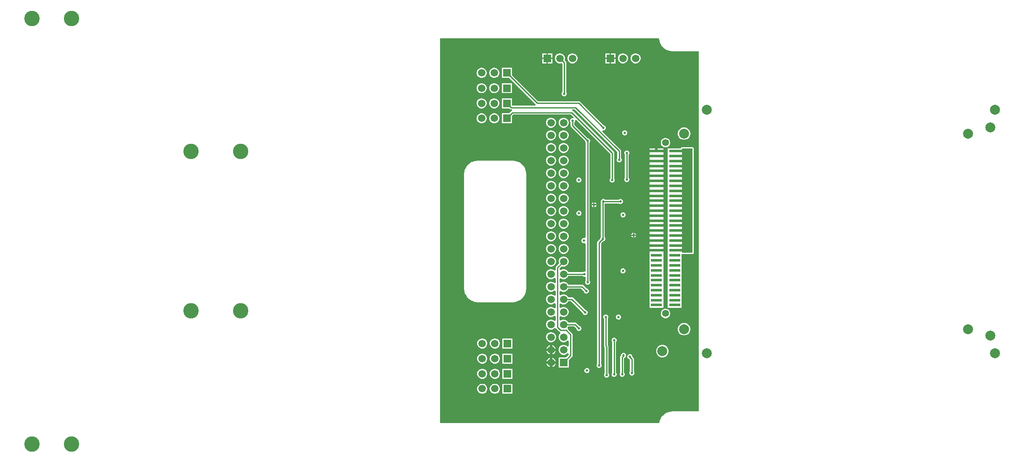
<source format=gtl>
G04*
G04 #@! TF.GenerationSoftware,Altium Limited,Altium Designer,21.6.4 (81)*
G04*
G04 Layer_Physical_Order=1*
G04 Layer_Color=255*
%FSLAX25Y25*%
%MOIN*%
G70*
G04*
G04 #@! TF.SameCoordinates,DB6D09D7-76B6-4019-902A-DA84951F4E30*
G04*
G04*
G04 #@! TF.FilePolarity,Positive*
G04*
G01*
G75*
%ADD12C,0.01000*%
%ADD21R,0.09055X0.02362*%
%ADD22C,0.05512*%
%ADD23R,0.05906X0.05906*%
%ADD24C,0.05906*%
%ADD25R,0.05906X0.05906*%
%ADD26C,0.07874*%
%ADD27C,0.12205*%
%ADD28C,0.01968*%
G36*
X548557Y349365D02*
X548578Y349260D01*
X548580Y349153D01*
X549008Y347140D01*
X549050Y347042D01*
X549073Y346937D01*
X549910Y345058D01*
X549972Y344970D01*
X550017Y344873D01*
X551226Y343209D01*
X551305Y343136D01*
X551369Y343050D01*
X552898Y341673D01*
X552990Y341618D01*
X553070Y341548D01*
X554852Y340519D01*
X554954Y340485D01*
X555047Y340432D01*
X557004Y339796D01*
X557110Y339784D01*
X557213Y339752D01*
X559259Y339537D01*
X559313Y339542D01*
X559366Y339532D01*
X580000D01*
Y54169D01*
X559366D01*
X559313Y54159D01*
X559259Y54164D01*
X557213Y53948D01*
X557110Y53917D01*
X557004Y53904D01*
X555047Y53268D01*
X554954Y53216D01*
X554852Y53182D01*
X553070Y52153D01*
X552990Y52082D01*
X552898Y52027D01*
X551369Y50651D01*
X551305Y50565D01*
X551226Y50492D01*
X550017Y48828D01*
X549972Y48730D01*
X549910Y48643D01*
X549073Y46763D01*
X549050Y46659D01*
X549008Y46561D01*
X548676Y45000D01*
X375000D01*
Y350000D01*
X548557D01*
Y349365D01*
D02*
G37*
%LPC*%
G36*
X513953Y337953D02*
X510500D01*
Y334500D01*
X513953D01*
Y337953D01*
D02*
G37*
G36*
X509500D02*
X506047D01*
Y334500D01*
X509500D01*
Y337953D01*
D02*
G37*
G36*
X463953D02*
X460500D01*
Y334500D01*
X463953D01*
Y337953D01*
D02*
G37*
G36*
X459500D02*
X456047D01*
Y334500D01*
X459500D01*
Y337953D01*
D02*
G37*
G36*
X530520D02*
X529480D01*
X528474Y337683D01*
X527573Y337163D01*
X526837Y336427D01*
X526317Y335526D01*
X526047Y334520D01*
Y333480D01*
X526317Y332474D01*
X526837Y331573D01*
X527573Y330837D01*
X528474Y330317D01*
X529480Y330047D01*
X530520D01*
X531526Y330317D01*
X532427Y330837D01*
X533163Y331573D01*
X533683Y332474D01*
X533953Y333480D01*
Y334520D01*
X533683Y335526D01*
X533163Y336427D01*
X532427Y337163D01*
X531526Y337683D01*
X530520Y337953D01*
D02*
G37*
G36*
X520520D02*
X519480D01*
X518474Y337683D01*
X517573Y337163D01*
X516837Y336427D01*
X516317Y335526D01*
X516047Y334520D01*
Y333480D01*
X516317Y332474D01*
X516837Y331573D01*
X517573Y330837D01*
X518474Y330317D01*
X519480Y330047D01*
X520520D01*
X521526Y330317D01*
X522427Y330837D01*
X523163Y331573D01*
X523683Y332474D01*
X523953Y333480D01*
Y334520D01*
X523683Y335526D01*
X523163Y336427D01*
X522427Y337163D01*
X521526Y337683D01*
X520520Y337953D01*
D02*
G37*
G36*
X513953Y333500D02*
X510500D01*
Y330047D01*
X513953D01*
Y333500D01*
D02*
G37*
G36*
X509500D02*
X506047D01*
Y330047D01*
X509500D01*
Y333500D01*
D02*
G37*
G36*
X480520Y337953D02*
X479480D01*
X478474Y337683D01*
X477573Y337163D01*
X476837Y336427D01*
X476317Y335526D01*
X476047Y334520D01*
Y333480D01*
X476317Y332474D01*
X476837Y331573D01*
X477573Y330837D01*
X478474Y330317D01*
X479480Y330047D01*
X480520D01*
X481526Y330317D01*
X482427Y330837D01*
X483163Y331573D01*
X483683Y332474D01*
X483953Y333480D01*
Y334520D01*
X483683Y335526D01*
X483163Y336427D01*
X482427Y337163D01*
X481526Y337683D01*
X480520Y337953D01*
D02*
G37*
G36*
X463953Y333500D02*
X460500D01*
Y330047D01*
X463953D01*
Y333500D01*
D02*
G37*
G36*
X459500D02*
X456047D01*
Y330047D01*
X459500D01*
Y333500D01*
D02*
G37*
G36*
X418520Y326453D02*
X417480D01*
X416474Y326183D01*
X415573Y325663D01*
X414837Y324927D01*
X414317Y324026D01*
X414047Y323020D01*
Y321980D01*
X414317Y320974D01*
X414837Y320073D01*
X415573Y319337D01*
X416474Y318817D01*
X417480Y318547D01*
X418520D01*
X419526Y318817D01*
X420427Y319337D01*
X421163Y320073D01*
X421683Y320974D01*
X421953Y321980D01*
Y323020D01*
X421683Y324026D01*
X421163Y324927D01*
X420427Y325663D01*
X419526Y326183D01*
X418520Y326453D01*
D02*
G37*
G36*
X408520D02*
X407480D01*
X406474Y326183D01*
X405573Y325663D01*
X404837Y324927D01*
X404317Y324026D01*
X404047Y323020D01*
Y321980D01*
X404317Y320974D01*
X404837Y320073D01*
X405573Y319337D01*
X406474Y318817D01*
X407480Y318547D01*
X408520D01*
X409526Y318817D01*
X410427Y319337D01*
X411163Y320073D01*
X411683Y320974D01*
X411953Y321980D01*
Y323020D01*
X411683Y324026D01*
X411163Y324927D01*
X410427Y325663D01*
X409526Y326183D01*
X408520Y326453D01*
D02*
G37*
G36*
X431953Y314339D02*
X424047D01*
Y306433D01*
X431953D01*
Y314339D01*
D02*
G37*
G36*
X418520D02*
X417480D01*
X416474Y314070D01*
X415573Y313549D01*
X414837Y312813D01*
X414317Y311912D01*
X414047Y310907D01*
Y309866D01*
X414317Y308860D01*
X414837Y307959D01*
X415573Y307223D01*
X416474Y306703D01*
X417480Y306433D01*
X418520D01*
X419526Y306703D01*
X420427Y307223D01*
X421163Y307959D01*
X421683Y308860D01*
X421953Y309866D01*
Y310907D01*
X421683Y311912D01*
X421163Y312813D01*
X420427Y313549D01*
X419526Y314070D01*
X418520Y314339D01*
D02*
G37*
G36*
X408520D02*
X407480D01*
X406474Y314070D01*
X405573Y313549D01*
X404837Y312813D01*
X404317Y311912D01*
X404047Y310907D01*
Y309866D01*
X404317Y308860D01*
X404837Y307959D01*
X405573Y307223D01*
X406474Y306703D01*
X407480Y306433D01*
X408520D01*
X409526Y306703D01*
X410427Y307223D01*
X411163Y307959D01*
X411683Y308860D01*
X411953Y309866D01*
Y310907D01*
X411683Y311912D01*
X411163Y312813D01*
X410427Y313549D01*
X409526Y314070D01*
X408520Y314339D01*
D02*
G37*
G36*
X470520Y337953D02*
X469480D01*
X468474Y337683D01*
X467573Y337163D01*
X466837Y336427D01*
X466317Y335526D01*
X466047Y334520D01*
Y333480D01*
X466317Y332474D01*
X466837Y331573D01*
X467573Y330837D01*
X468474Y330317D01*
X469480Y330047D01*
X470520D01*
X471111Y330205D01*
X471971Y329496D01*
Y307277D01*
X471818Y307124D01*
X471516Y306395D01*
Y305605D01*
X471818Y304876D01*
X472376Y304318D01*
X473105Y304016D01*
X473895D01*
X474624Y304318D01*
X475182Y304876D01*
X475484Y305605D01*
Y306395D01*
X475182Y307124D01*
X475029Y307277D01*
Y330500D01*
X474913Y331085D01*
X474581Y331581D01*
X473685Y332478D01*
X473953Y333480D01*
Y334520D01*
X473683Y335526D01*
X473163Y336427D01*
X472427Y337163D01*
X471526Y337683D01*
X470520Y337953D01*
D02*
G37*
G36*
X431953Y326453D02*
X424047D01*
Y318547D01*
X429790D01*
X450808Y297529D01*
X450736Y297073D01*
X450449Y296529D01*
X431953D01*
Y302269D01*
X424047D01*
Y294363D01*
X429790D01*
X430234Y293919D01*
X430730Y293587D01*
X431316Y293471D01*
X432106D01*
X432204Y292471D01*
X431915Y292413D01*
X431419Y292081D01*
X429790Y290453D01*
X424047D01*
Y282547D01*
X431953D01*
Y288290D01*
X433134Y289471D01*
X478866D01*
X481036Y287301D01*
X480470Y286453D01*
X480395Y286484D01*
X479605D01*
X478876Y286182D01*
X478318Y285624D01*
X478016Y284895D01*
Y284105D01*
X478318Y283376D01*
X478471Y283223D01*
Y280500D01*
X478587Y279915D01*
X478919Y279419D01*
X490016Y268321D01*
Y268105D01*
X490318Y267376D01*
X490471Y267223D01*
Y192121D01*
X489471Y191453D01*
X489395Y191484D01*
X488605D01*
X487876Y191182D01*
X487318Y190624D01*
X487016Y189895D01*
Y189105D01*
X487318Y188376D01*
X487876Y187818D01*
X488605Y187516D01*
X489395D01*
X489471Y187547D01*
X490471Y186879D01*
Y165369D01*
X489895Y164984D01*
X489105D01*
X488376Y164682D01*
X488223Y164529D01*
X476681D01*
X476163Y165427D01*
X475427Y166163D01*
X474526Y166683D01*
X473520Y166953D01*
X472480D01*
X471474Y166683D01*
X470702Y166237D01*
X469836Y166648D01*
X469758Y167595D01*
X471478Y169316D01*
X472480Y169047D01*
X473520D01*
X474526Y169317D01*
X475427Y169837D01*
X476163Y170573D01*
X476683Y171474D01*
X476953Y172480D01*
Y173520D01*
X476683Y174526D01*
X476163Y175427D01*
X475427Y176163D01*
X474526Y176683D01*
X473520Y176953D01*
X472480D01*
X471474Y176683D01*
X470573Y176163D01*
X469837Y175427D01*
X469317Y174526D01*
X469047Y173520D01*
Y172480D01*
X469315Y171478D01*
X467060Y169223D01*
X466729Y168727D01*
X466612Y168142D01*
Y166392D01*
X465612Y165978D01*
X465427Y166163D01*
X464526Y166683D01*
X463520Y166953D01*
X462480D01*
X461474Y166683D01*
X460573Y166163D01*
X459837Y165427D01*
X459317Y164526D01*
X459047Y163520D01*
Y162480D01*
X459317Y161474D01*
X459837Y160573D01*
X460573Y159837D01*
X461474Y159317D01*
X462480Y159047D01*
X463520D01*
X464526Y159317D01*
X465427Y159837D01*
X465612Y160022D01*
X466612Y159608D01*
Y156392D01*
X465612Y155978D01*
X465427Y156163D01*
X464526Y156683D01*
X463520Y156953D01*
X462480D01*
X461474Y156683D01*
X460573Y156163D01*
X459837Y155427D01*
X459317Y154526D01*
X459047Y153520D01*
Y152480D01*
X459317Y151474D01*
X459837Y150573D01*
X460573Y149837D01*
X461474Y149317D01*
X462480Y149047D01*
X463520D01*
X464526Y149317D01*
X465427Y149837D01*
X465612Y150022D01*
X466612Y149608D01*
Y146392D01*
X465612Y145978D01*
X465427Y146163D01*
X464526Y146683D01*
X463520Y146953D01*
X462480D01*
X461474Y146683D01*
X460573Y146163D01*
X459837Y145427D01*
X459317Y144526D01*
X459047Y143520D01*
Y142480D01*
X459317Y141474D01*
X459837Y140573D01*
X460573Y139837D01*
X461474Y139317D01*
X462480Y139047D01*
X463520D01*
X464526Y139317D01*
X465427Y139837D01*
X465612Y140022D01*
X466612Y139608D01*
Y136392D01*
X465612Y135978D01*
X465427Y136163D01*
X464526Y136683D01*
X463520Y136953D01*
X462480D01*
X461474Y136683D01*
X460573Y136163D01*
X459837Y135427D01*
X459317Y134526D01*
X459047Y133520D01*
Y132480D01*
X459317Y131474D01*
X459837Y130573D01*
X460573Y129837D01*
X461474Y129317D01*
X462480Y129047D01*
X463520D01*
X464526Y129317D01*
X465427Y129837D01*
X465612Y130022D01*
X466612Y129608D01*
Y126392D01*
X465612Y125978D01*
X465427Y126163D01*
X464526Y126683D01*
X463520Y126953D01*
X462480D01*
X461474Y126683D01*
X460573Y126163D01*
X459837Y125427D01*
X459317Y124526D01*
X459047Y123520D01*
Y122480D01*
X459317Y121474D01*
X459837Y120573D01*
X460573Y119837D01*
X461474Y119317D01*
X462480Y119047D01*
X463520D01*
X464526Y119317D01*
X465427Y119837D01*
X465735Y120144D01*
X465971Y120175D01*
X466920Y119987D01*
X467060Y119777D01*
X469419Y117419D01*
X469915Y117087D01*
X470107Y117049D01*
X470298Y116685D01*
X470419Y116039D01*
X470415Y116006D01*
X469837Y115427D01*
X469317Y114526D01*
X469047Y113520D01*
Y112480D01*
X469317Y111474D01*
X469837Y110573D01*
X470573Y109837D01*
X471474Y109317D01*
X472480Y109047D01*
X473520D01*
X474526Y109317D01*
X475427Y109837D01*
X475971Y110381D01*
X476771Y110163D01*
X476971Y110028D01*
Y105972D01*
X476771Y105837D01*
X475971Y105619D01*
X475427Y106163D01*
X474526Y106683D01*
X473520Y106953D01*
X472480D01*
X471474Y106683D01*
X470573Y106163D01*
X469837Y105427D01*
X469317Y104526D01*
X469047Y103520D01*
Y102480D01*
X469317Y101474D01*
X469837Y100573D01*
X470573Y99837D01*
X471474Y99317D01*
X472480Y99047D01*
X473520D01*
X474526Y99317D01*
X475427Y99837D01*
X475971Y100381D01*
X476771Y100163D01*
X476874Y100093D01*
X476931Y99094D01*
X474790Y96953D01*
X469047D01*
Y89047D01*
X476953D01*
Y94790D01*
X479581Y97419D01*
X479913Y97915D01*
X480029Y98500D01*
Y114914D01*
X479913Y115499D01*
X479581Y115996D01*
X476291Y119286D01*
X476120Y120530D01*
X476163Y120573D01*
X476681Y121471D01*
X481366D01*
X483016Y119821D01*
Y119605D01*
X483318Y118876D01*
X483876Y118318D01*
X484605Y118016D01*
X485395D01*
X486124Y118318D01*
X486682Y118876D01*
X486984Y119605D01*
Y120395D01*
X486682Y121124D01*
X486124Y121682D01*
X485395Y121984D01*
X485179D01*
X483081Y124081D01*
X482585Y124413D01*
X482000Y124529D01*
X476681D01*
X476163Y125427D01*
X475427Y126163D01*
X474526Y126683D01*
X473520Y126953D01*
X472480D01*
X471474Y126683D01*
X470671Y126220D01*
X470273Y126333D01*
X469671Y126675D01*
Y129325D01*
X470273Y129667D01*
X470671Y129780D01*
X471474Y129317D01*
X472480Y129047D01*
X473520D01*
X474526Y129317D01*
X475427Y129837D01*
X476163Y130573D01*
X476683Y131474D01*
X476953Y132480D01*
Y133520D01*
X476683Y134526D01*
X476163Y135427D01*
X475427Y136163D01*
X474526Y136683D01*
X473520Y136953D01*
X472480D01*
X471474Y136683D01*
X470671Y136220D01*
X470273Y136333D01*
X469671Y136675D01*
Y139325D01*
X470273Y139667D01*
X470671Y139780D01*
X471474Y139317D01*
X472480Y139047D01*
X473520D01*
X474526Y139317D01*
X475427Y139837D01*
X476163Y140573D01*
X476681Y141471D01*
X478866D01*
X488016Y132321D01*
Y132105D01*
X488318Y131376D01*
X488876Y130818D01*
X489605Y130516D01*
X490395D01*
X491124Y130818D01*
X491682Y131376D01*
X491984Y132105D01*
Y132895D01*
X491682Y133624D01*
X491124Y134182D01*
X490395Y134484D01*
X490179D01*
X480581Y144081D01*
X480085Y144413D01*
X479500Y144529D01*
X476681D01*
X476163Y145427D01*
X475427Y146163D01*
X474526Y146683D01*
X473520Y146953D01*
X472480D01*
X471474Y146683D01*
X470671Y146220D01*
X470273Y146333D01*
X469671Y146675D01*
Y149325D01*
X470273Y149667D01*
X470671Y149780D01*
X471474Y149317D01*
X472480Y149047D01*
X473520D01*
X474526Y149317D01*
X475427Y149837D01*
X476163Y150573D01*
X476681Y151471D01*
X486867D01*
X489016Y149321D01*
Y149105D01*
X489318Y148376D01*
X489876Y147818D01*
X490605Y147516D01*
X491395D01*
X492124Y147818D01*
X492682Y148376D01*
X492984Y149105D01*
Y149895D01*
X492682Y150624D01*
X492124Y151182D01*
X491395Y151484D01*
X491179D01*
X488581Y154081D01*
X488085Y154413D01*
X487500Y154529D01*
X476681D01*
X476163Y155427D01*
X475427Y156163D01*
X474526Y156683D01*
X473520Y156953D01*
X472480D01*
X471474Y156683D01*
X470671Y156220D01*
X470273Y156333D01*
X469671Y156675D01*
Y159325D01*
X470273Y159667D01*
X470671Y159780D01*
X471474Y159317D01*
X472480Y159047D01*
X473520D01*
X474526Y159317D01*
X475427Y159837D01*
X476163Y160573D01*
X476681Y161471D01*
X488223D01*
X488376Y161318D01*
X489105Y161016D01*
X489895D01*
X490471Y160631D01*
Y157777D01*
X490318Y157624D01*
X490016Y156895D01*
Y156105D01*
X490318Y155376D01*
X490876Y154818D01*
X491605Y154516D01*
X492395D01*
X493124Y154818D01*
X493682Y155376D01*
X493984Y156105D01*
Y156895D01*
X493682Y157624D01*
X493529Y157777D01*
Y267223D01*
X493682Y267376D01*
X493984Y268105D01*
Y268895D01*
X493682Y269624D01*
X493124Y270182D01*
X492395Y270484D01*
X492179D01*
X481529Y281134D01*
Y283223D01*
X481682Y283376D01*
X481984Y284105D01*
Y284895D01*
X481953Y284970D01*
X482801Y285536D01*
X509971Y258366D01*
Y238777D01*
X509818Y238624D01*
X509516Y237895D01*
Y237105D01*
X509818Y236376D01*
X510376Y235818D01*
X511105Y235516D01*
X511895D01*
X512624Y235818D01*
X513182Y236376D01*
X513484Y237105D01*
Y237895D01*
X513182Y238624D01*
X513029Y238777D01*
Y259000D01*
X512913Y259585D01*
X512581Y260081D01*
X480581Y292081D01*
X480085Y292413D01*
X479796Y292471D01*
X479894Y293471D01*
X481867D01*
X515471Y259866D01*
Y254777D01*
X515318Y254624D01*
X515016Y253895D01*
Y253105D01*
X515318Y252376D01*
X515876Y251818D01*
X516605Y251516D01*
X517395D01*
X518124Y251818D01*
X518682Y252376D01*
X518984Y253105D01*
Y253895D01*
X518682Y254624D01*
X518529Y254777D01*
Y260500D01*
X518413Y261085D01*
X518081Y261581D01*
X503464Y276199D01*
X504030Y277047D01*
X504105Y277016D01*
X504895D01*
X505624Y277318D01*
X506182Y277876D01*
X506484Y278605D01*
Y279395D01*
X506182Y280124D01*
X505624Y280682D01*
X504895Y280984D01*
X504679D01*
X486081Y299581D01*
X485585Y299913D01*
X485000Y300029D01*
X452633D01*
X431953Y320710D01*
Y326453D01*
D02*
G37*
G36*
X418520Y302269D02*
X417480D01*
X416474Y301999D01*
X415573Y301479D01*
X414837Y300743D01*
X414317Y299841D01*
X414047Y298836D01*
Y297795D01*
X414317Y296790D01*
X414837Y295889D01*
X415573Y295153D01*
X416474Y294632D01*
X417480Y294363D01*
X418520D01*
X419526Y294632D01*
X420427Y295153D01*
X421163Y295889D01*
X421683Y296790D01*
X421953Y297795D01*
Y298836D01*
X421683Y299841D01*
X421163Y300743D01*
X420427Y301479D01*
X419526Y301999D01*
X418520Y302269D01*
D02*
G37*
G36*
X408520D02*
X407480D01*
X406474Y301999D01*
X405573Y301479D01*
X404837Y300743D01*
X404317Y299841D01*
X404047Y298836D01*
Y297795D01*
X404317Y296790D01*
X404837Y295889D01*
X405573Y295153D01*
X406474Y294632D01*
X407480Y294363D01*
X408520D01*
X409526Y294632D01*
X410427Y295153D01*
X411163Y295889D01*
X411683Y296790D01*
X411953Y297795D01*
Y298836D01*
X411683Y299841D01*
X411163Y300743D01*
X410427Y301479D01*
X409526Y301999D01*
X408520Y302269D01*
D02*
G37*
G36*
X418520Y290453D02*
X417480D01*
X416474Y290183D01*
X415573Y289663D01*
X414837Y288927D01*
X414317Y288026D01*
X414047Y287020D01*
Y285980D01*
X414317Y284974D01*
X414837Y284073D01*
X415573Y283337D01*
X416474Y282817D01*
X417480Y282547D01*
X418520D01*
X419526Y282817D01*
X420427Y283337D01*
X421163Y284073D01*
X421683Y284974D01*
X421953Y285980D01*
Y287020D01*
X421683Y288026D01*
X421163Y288927D01*
X420427Y289663D01*
X419526Y290183D01*
X418520Y290453D01*
D02*
G37*
G36*
X408520D02*
X407480D01*
X406474Y290183D01*
X405573Y289663D01*
X404837Y288927D01*
X404317Y288026D01*
X404047Y287020D01*
Y285980D01*
X404317Y284974D01*
X404837Y284073D01*
X405573Y283337D01*
X406474Y282817D01*
X407480Y282547D01*
X408520D01*
X409526Y282817D01*
X410427Y283337D01*
X411163Y284073D01*
X411683Y284974D01*
X411953Y285980D01*
Y287020D01*
X411683Y288026D01*
X411163Y288927D01*
X410427Y289663D01*
X409526Y290183D01*
X408520Y290453D01*
D02*
G37*
G36*
X473520Y286953D02*
X472480D01*
X471474Y286683D01*
X470573Y286163D01*
X469837Y285427D01*
X469317Y284526D01*
X469047Y283520D01*
Y282480D01*
X469317Y281474D01*
X469837Y280573D01*
X470573Y279837D01*
X471474Y279317D01*
X472480Y279047D01*
X473520D01*
X474526Y279317D01*
X475427Y279837D01*
X476163Y280573D01*
X476683Y281474D01*
X476953Y282480D01*
Y283520D01*
X476683Y284526D01*
X476163Y285427D01*
X475427Y286163D01*
X474526Y286683D01*
X473520Y286953D01*
D02*
G37*
G36*
X463520D02*
X462480D01*
X461474Y286683D01*
X460573Y286163D01*
X459837Y285427D01*
X459317Y284526D01*
X459047Y283520D01*
Y282480D01*
X459317Y281474D01*
X459837Y280573D01*
X460573Y279837D01*
X461474Y279317D01*
X462480Y279047D01*
X463520D01*
X464526Y279317D01*
X465427Y279837D01*
X466163Y280573D01*
X466683Y281474D01*
X466953Y282480D01*
Y283520D01*
X466683Y284526D01*
X466163Y285427D01*
X465427Y286163D01*
X464526Y286683D01*
X463520Y286953D01*
D02*
G37*
G36*
X521822Y276984D02*
X521032D01*
X520303Y276682D01*
X519745Y276124D01*
X519443Y275395D01*
Y274605D01*
X519745Y273876D01*
X520303Y273318D01*
X521032Y273016D01*
X521822D01*
X522551Y273318D01*
X523109Y273876D01*
X523411Y274605D01*
Y275395D01*
X523109Y276124D01*
X522551Y276682D01*
X521822Y276984D01*
D02*
G37*
G36*
X569055Y279287D02*
X567756D01*
X566500Y278951D01*
X565374Y278301D01*
X564455Y277382D01*
X563805Y276256D01*
X563468Y275000D01*
Y273700D01*
X563805Y272445D01*
X564455Y271319D01*
X565374Y270400D01*
X566500Y269750D01*
X567756Y269413D01*
X569055D01*
X570311Y269750D01*
X571437Y270400D01*
X572356Y271319D01*
X573006Y272445D01*
X573343Y273700D01*
Y275000D01*
X573006Y276256D01*
X572356Y277382D01*
X571437Y278301D01*
X570311Y278951D01*
X569055Y279287D01*
D02*
G37*
G36*
X473520Y276953D02*
X472480D01*
X471474Y276683D01*
X470573Y276163D01*
X469837Y275427D01*
X469317Y274526D01*
X469047Y273520D01*
Y272480D01*
X469317Y271474D01*
X469837Y270573D01*
X470573Y269837D01*
X471474Y269317D01*
X472480Y269047D01*
X473520D01*
X474526Y269317D01*
X475427Y269837D01*
X476163Y270573D01*
X476683Y271474D01*
X476953Y272480D01*
Y273520D01*
X476683Y274526D01*
X476163Y275427D01*
X475427Y276163D01*
X474526Y276683D01*
X473520Y276953D01*
D02*
G37*
G36*
X463520D02*
X462480D01*
X461474Y276683D01*
X460573Y276163D01*
X459837Y275427D01*
X459317Y274526D01*
X459047Y273520D01*
Y272480D01*
X459317Y271474D01*
X459837Y270573D01*
X460573Y269837D01*
X461474Y269317D01*
X462480Y269047D01*
X463520D01*
X464526Y269317D01*
X465427Y269837D01*
X466163Y270573D01*
X466683Y271474D01*
X466953Y272480D01*
Y273520D01*
X466683Y274526D01*
X466163Y275427D01*
X465427Y276163D01*
X464526Y276683D01*
X463520Y276953D01*
D02*
G37*
G36*
X554211Y270941D02*
X553222D01*
X552267Y270685D01*
X551410Y270191D01*
X550711Y269491D01*
X550217Y268635D01*
X549961Y267680D01*
Y266691D01*
X550217Y265735D01*
X550711Y264879D01*
X551410Y264180D01*
X552267Y263685D01*
X553222Y263429D01*
X554211D01*
X555166Y263685D01*
X556023Y264180D01*
X556722Y264879D01*
X557217Y265735D01*
X557472Y266691D01*
Y267680D01*
X557217Y268635D01*
X556722Y269491D01*
X556023Y270191D01*
X555166Y270685D01*
X554211Y270941D01*
D02*
G37*
G36*
X551961Y262673D02*
X547433D01*
Y261492D01*
X551961D01*
Y262673D01*
D02*
G37*
G36*
X545433D02*
X540906D01*
Y261492D01*
X545433D01*
Y262673D01*
D02*
G37*
G36*
X473520Y266953D02*
X472480D01*
X471474Y266683D01*
X470573Y266163D01*
X469837Y265427D01*
X469317Y264526D01*
X469047Y263520D01*
Y262480D01*
X469317Y261474D01*
X469837Y260573D01*
X470573Y259837D01*
X471474Y259317D01*
X472480Y259047D01*
X473520D01*
X474526Y259317D01*
X475427Y259837D01*
X476163Y260573D01*
X476683Y261474D01*
X476953Y262480D01*
Y263520D01*
X476683Y264526D01*
X476163Y265427D01*
X475427Y266163D01*
X474526Y266683D01*
X473520Y266953D01*
D02*
G37*
G36*
X463520D02*
X462480D01*
X461474Y266683D01*
X460573Y266163D01*
X459837Y265427D01*
X459317Y264526D01*
X459047Y263520D01*
Y262480D01*
X459317Y261474D01*
X459837Y260573D01*
X460573Y259837D01*
X461474Y259317D01*
X462480Y259047D01*
X463520D01*
X464526Y259317D01*
X465427Y259837D01*
X466163Y260573D01*
X466683Y261474D01*
X466953Y262480D01*
Y263520D01*
X466683Y264526D01*
X466163Y265427D01*
X465427Y266163D01*
X464526Y266683D01*
X463520Y266953D01*
D02*
G37*
G36*
X551961Y259492D02*
X546433D01*
X540906D01*
Y258311D01*
Y257555D01*
X546433D01*
X551961D01*
Y258311D01*
Y259492D01*
D02*
G37*
G36*
Y255555D02*
X546433D01*
X540906D01*
Y254374D01*
Y253618D01*
X546433D01*
X551961D01*
Y254374D01*
Y255555D01*
D02*
G37*
G36*
X432585Y252988D02*
X405026D01*
X404970Y252977D01*
X404912Y252982D01*
X402722Y252735D01*
X402613Y252700D01*
X402499Y252684D01*
X400419Y251956D01*
X400320Y251898D01*
X400213Y251857D01*
X398347Y250684D01*
X398264Y250606D01*
X398169Y250542D01*
X396610Y248984D01*
X396547Y248888D01*
X396468Y248805D01*
X395295Y246939D01*
X395254Y246832D01*
X395196Y246733D01*
X394468Y244653D01*
X394452Y244539D01*
X394418Y244430D01*
X394171Y242240D01*
X394176Y242183D01*
X394164Y242126D01*
Y151575D01*
X394176Y151518D01*
X394171Y151461D01*
X394418Y149270D01*
X394452Y149161D01*
X394468Y149048D01*
X395196Y146967D01*
X395254Y146869D01*
X395295Y146762D01*
X396468Y144896D01*
X396547Y144812D01*
X396610Y144717D01*
X398169Y143159D01*
X398264Y143095D01*
X398347Y143016D01*
X400213Y141844D01*
X400320Y141803D01*
X400419Y141745D01*
X402499Y141017D01*
X402613Y141001D01*
X402722Y140966D01*
X404912Y140719D01*
X404970Y140724D01*
X405026Y140713D01*
X432585D01*
X432642Y140724D01*
X432700Y140719D01*
X434890Y140966D01*
X434999Y141001D01*
X435112Y141017D01*
X437193Y141745D01*
X437291Y141803D01*
X437398Y141844D01*
X439265Y143016D01*
X439348Y143095D01*
X439443Y143159D01*
X441002Y144717D01*
X441065Y144812D01*
X441144Y144896D01*
X442317Y146762D01*
X442357Y146869D01*
X442416Y146967D01*
X443144Y149048D01*
X443160Y149161D01*
X443194Y149270D01*
X443441Y151461D01*
X443436Y151518D01*
X443447Y151575D01*
Y242126D01*
X443436Y242183D01*
X443441Y242240D01*
X443194Y244430D01*
X443160Y244539D01*
X443144Y244653D01*
X442416Y246733D01*
X442357Y246832D01*
X442317Y246939D01*
X441144Y248805D01*
X441065Y248888D01*
X441002Y248984D01*
X439443Y250542D01*
X439348Y250606D01*
X439265Y250684D01*
X437398Y251857D01*
X437291Y251898D01*
X437193Y251956D01*
X435112Y252684D01*
X434999Y252700D01*
X434890Y252735D01*
X432700Y252982D01*
X432642Y252977D01*
X432585Y252988D01*
D02*
G37*
G36*
X551961Y251618D02*
X546433D01*
X540906D01*
Y250437D01*
Y249681D01*
X546433D01*
X551961D01*
Y250437D01*
Y251618D01*
D02*
G37*
G36*
X473520Y256953D02*
X472480D01*
X471474Y256683D01*
X470573Y256163D01*
X469837Y255427D01*
X469317Y254526D01*
X469047Y253520D01*
Y252480D01*
X469317Y251474D01*
X469837Y250573D01*
X470573Y249837D01*
X471474Y249317D01*
X472480Y249047D01*
X473520D01*
X474526Y249317D01*
X475427Y249837D01*
X476163Y250573D01*
X476683Y251474D01*
X476953Y252480D01*
Y253520D01*
X476683Y254526D01*
X476163Y255427D01*
X475427Y256163D01*
X474526Y256683D01*
X473520Y256953D01*
D02*
G37*
G36*
X463520D02*
X462480D01*
X461474Y256683D01*
X460573Y256163D01*
X459837Y255427D01*
X459317Y254526D01*
X459047Y253520D01*
Y252480D01*
X459317Y251474D01*
X459837Y250573D01*
X460573Y249837D01*
X461474Y249317D01*
X462480Y249047D01*
X463520D01*
X464526Y249317D01*
X465427Y249837D01*
X466163Y250573D01*
X466683Y251474D01*
X466953Y252480D01*
Y253520D01*
X466683Y254526D01*
X466163Y255427D01*
X465427Y256163D01*
X464526Y256683D01*
X463520Y256953D01*
D02*
G37*
G36*
X551961Y247681D02*
X546433D01*
X540906D01*
Y246500D01*
Y245744D01*
X546433D01*
X551961D01*
Y246500D01*
Y247681D01*
D02*
G37*
G36*
Y243744D02*
X546433D01*
X540906D01*
Y242563D01*
Y241807D01*
X546433D01*
X551961D01*
Y242563D01*
Y243744D01*
D02*
G37*
G36*
X473520Y246953D02*
X472480D01*
X471474Y246683D01*
X470573Y246163D01*
X469837Y245427D01*
X469317Y244526D01*
X469047Y243520D01*
Y242480D01*
X469317Y241474D01*
X469837Y240573D01*
X470573Y239837D01*
X471474Y239317D01*
X472480Y239047D01*
X473520D01*
X474526Y239317D01*
X475427Y239837D01*
X476163Y240573D01*
X476683Y241474D01*
X476953Y242480D01*
Y243520D01*
X476683Y244526D01*
X476163Y245427D01*
X475427Y246163D01*
X474526Y246683D01*
X473520Y246953D01*
D02*
G37*
G36*
X463520D02*
X462480D01*
X461474Y246683D01*
X460573Y246163D01*
X459837Y245427D01*
X459317Y244526D01*
X459047Y243520D01*
Y242480D01*
X459317Y241474D01*
X459837Y240573D01*
X460573Y239837D01*
X461474Y239317D01*
X462480Y239047D01*
X463520D01*
X464526Y239317D01*
X465427Y239837D01*
X466163Y240573D01*
X466683Y241474D01*
X466953Y242480D01*
Y243520D01*
X466683Y244526D01*
X466163Y245427D01*
X465427Y246163D01*
X464526Y246683D01*
X463520Y246953D01*
D02*
G37*
G36*
X551961Y239807D02*
X546433D01*
X540906D01*
Y238626D01*
Y237870D01*
X546433D01*
X551961D01*
Y238626D01*
Y239807D01*
D02*
G37*
G36*
X523395Y260984D02*
X522605D01*
X521876Y260682D01*
X521318Y260124D01*
X521016Y259395D01*
Y258605D01*
X521318Y257876D01*
X521471Y257723D01*
Y239277D01*
X521318Y239124D01*
X521016Y238395D01*
Y237605D01*
X521318Y236876D01*
X521876Y236318D01*
X522605Y236016D01*
X523395D01*
X524124Y236318D01*
X524682Y236876D01*
X524984Y237605D01*
Y238395D01*
X524682Y239124D01*
X524529Y239277D01*
Y257723D01*
X524682Y257876D01*
X524984Y258605D01*
Y259395D01*
X524682Y260124D01*
X524124Y260682D01*
X523395Y260984D01*
D02*
G37*
G36*
X485395Y239484D02*
X484605D01*
X483876Y239182D01*
X483318Y238624D01*
X483016Y237895D01*
Y237105D01*
X483318Y236376D01*
X483876Y235818D01*
X484605Y235516D01*
X485395D01*
X486124Y235818D01*
X486682Y236376D01*
X486984Y237105D01*
Y237895D01*
X486682Y238624D01*
X486124Y239182D01*
X485395Y239484D01*
D02*
G37*
G36*
X551961Y235870D02*
X546433D01*
X540906D01*
Y234689D01*
Y233933D01*
X546433D01*
X551961D01*
Y234689D01*
Y235870D01*
D02*
G37*
G36*
Y231933D02*
X546433D01*
X540906D01*
Y230752D01*
Y229996D01*
X546433D01*
X551961D01*
Y230752D01*
Y231933D01*
D02*
G37*
G36*
X473520Y236953D02*
X472480D01*
X471474Y236683D01*
X470573Y236163D01*
X469837Y235427D01*
X469317Y234526D01*
X469047Y233520D01*
Y232480D01*
X469317Y231474D01*
X469837Y230573D01*
X470573Y229837D01*
X471474Y229317D01*
X472480Y229047D01*
X473520D01*
X474526Y229317D01*
X475427Y229837D01*
X476163Y230573D01*
X476683Y231474D01*
X476953Y232480D01*
Y233520D01*
X476683Y234526D01*
X476163Y235427D01*
X475427Y236163D01*
X474526Y236683D01*
X473520Y236953D01*
D02*
G37*
G36*
X463520D02*
X462480D01*
X461474Y236683D01*
X460573Y236163D01*
X459837Y235427D01*
X459317Y234526D01*
X459047Y233520D01*
Y232480D01*
X459317Y231474D01*
X459837Y230573D01*
X460573Y229837D01*
X461474Y229317D01*
X462480Y229047D01*
X463520D01*
X464526Y229317D01*
X465427Y229837D01*
X466163Y230573D01*
X466683Y231474D01*
X466953Y232480D01*
Y233520D01*
X466683Y234526D01*
X466163Y235427D01*
X465427Y236163D01*
X464526Y236683D01*
X463520Y236953D01*
D02*
G37*
G36*
X551961Y227996D02*
X546433D01*
X540906D01*
Y226815D01*
Y226059D01*
X546433D01*
X551961D01*
Y226815D01*
Y227996D01*
D02*
G37*
G36*
Y224059D02*
X546433D01*
X540906D01*
Y222878D01*
Y222122D01*
X546433D01*
X551961D01*
Y222878D01*
Y224059D01*
D02*
G37*
G36*
X518395Y222484D02*
X517605D01*
X516876Y222182D01*
X516723Y222029D01*
X505777D01*
X505624Y222182D01*
X504895Y222484D01*
X504105D01*
X503376Y222182D01*
X502818Y221624D01*
X502516Y220895D01*
Y220105D01*
X502535Y220060D01*
X502471Y219738D01*
Y192277D01*
X502318Y192124D01*
X502016Y191395D01*
Y191179D01*
X499970Y189133D01*
X499638Y188636D01*
X499522Y188051D01*
Y91828D01*
X499369Y91675D01*
X499067Y90946D01*
Y90157D01*
X499369Y89427D01*
X499927Y88869D01*
X500657Y88567D01*
X501446D01*
X502175Y88869D01*
X502733Y89427D01*
X503035Y90157D01*
Y90946D01*
X502733Y91675D01*
X502581Y91828D01*
Y187418D01*
X504179Y189016D01*
X504395D01*
X505124Y189318D01*
X505682Y189876D01*
X505984Y190605D01*
Y191395D01*
X505682Y192124D01*
X505529Y192277D01*
Y218779D01*
X505624Y218818D01*
X505777Y218971D01*
X516723D01*
X516876Y218818D01*
X517605Y218516D01*
X518395D01*
X519124Y218818D01*
X519682Y219376D01*
X519984Y220105D01*
Y220895D01*
X519682Y221624D01*
X519124Y222182D01*
X518395Y222484D01*
D02*
G37*
G36*
X473520Y226953D02*
X472480D01*
X471474Y226683D01*
X470573Y226163D01*
X469837Y225427D01*
X469317Y224526D01*
X469047Y223520D01*
Y222480D01*
X469317Y221474D01*
X469837Y220573D01*
X470573Y219837D01*
X471474Y219317D01*
X472480Y219047D01*
X473520D01*
X474526Y219317D01*
X475427Y219837D01*
X476163Y220573D01*
X476683Y221474D01*
X476953Y222480D01*
Y223520D01*
X476683Y224526D01*
X476163Y225427D01*
X475427Y226163D01*
X474526Y226683D01*
X473520Y226953D01*
D02*
G37*
G36*
X463520D02*
X462480D01*
X461474Y226683D01*
X460573Y226163D01*
X459837Y225427D01*
X459317Y224526D01*
X459047Y223520D01*
Y222480D01*
X459317Y221474D01*
X459837Y220573D01*
X460573Y219837D01*
X461474Y219317D01*
X462480Y219047D01*
X463520D01*
X464526Y219317D01*
X465427Y219837D01*
X466163Y220573D01*
X466683Y221474D01*
X466953Y222480D01*
Y223520D01*
X466683Y224526D01*
X466163Y225427D01*
X465427Y226163D01*
X464526Y226683D01*
X463520Y226953D01*
D02*
G37*
G36*
X497500Y219941D02*
Y218500D01*
X498941D01*
X498682Y219124D01*
X498124Y219682D01*
X497500Y219941D01*
D02*
G37*
G36*
X496500D02*
X495876Y219682D01*
X495318Y219124D01*
X495059Y218500D01*
X496500D01*
Y219941D01*
D02*
G37*
G36*
X551961Y220122D02*
X546433D01*
X540906D01*
Y218941D01*
Y218185D01*
X546433D01*
X551961D01*
Y218941D01*
Y220122D01*
D02*
G37*
G36*
X498941Y217500D02*
X497500D01*
Y216059D01*
X498124Y216318D01*
X498682Y216876D01*
X498941Y217500D01*
D02*
G37*
G36*
X496500D02*
X495059D01*
X495318Y216876D01*
X495876Y216318D01*
X496500Y216059D01*
Y217500D01*
D02*
G37*
G36*
X551961Y216185D02*
X546433D01*
X540906D01*
Y215004D01*
Y214248D01*
X546433D01*
X551961D01*
Y215004D01*
Y216185D01*
D02*
G37*
G36*
Y212248D02*
X546433D01*
X540906D01*
Y211067D01*
Y210311D01*
X546433D01*
X551961D01*
Y211067D01*
Y212248D01*
D02*
G37*
G36*
X485547Y213136D02*
X484758D01*
X484028Y212834D01*
X483470Y212276D01*
X483168Y211547D01*
Y210757D01*
X483470Y210028D01*
X484028Y209470D01*
X484758Y209168D01*
X485547D01*
X486276Y209470D01*
X486834Y210028D01*
X487136Y210757D01*
Y211547D01*
X486834Y212276D01*
X486276Y212834D01*
X485547Y213136D01*
D02*
G37*
G36*
X473520Y216953D02*
X472480D01*
X471474Y216683D01*
X470573Y216163D01*
X469837Y215427D01*
X469317Y214526D01*
X469047Y213520D01*
Y212480D01*
X469317Y211474D01*
X469837Y210573D01*
X470573Y209837D01*
X471474Y209317D01*
X472480Y209047D01*
X473520D01*
X474526Y209317D01*
X475427Y209837D01*
X476163Y210573D01*
X476683Y211474D01*
X476953Y212480D01*
Y213520D01*
X476683Y214526D01*
X476163Y215427D01*
X475427Y216163D01*
X474526Y216683D01*
X473520Y216953D01*
D02*
G37*
G36*
X463520D02*
X462480D01*
X461474Y216683D01*
X460573Y216163D01*
X459837Y215427D01*
X459317Y214526D01*
X459047Y213520D01*
Y212480D01*
X459317Y211474D01*
X459837Y210573D01*
X460573Y209837D01*
X461474Y209317D01*
X462480Y209047D01*
X463520D01*
X464526Y209317D01*
X465427Y209837D01*
X466163Y210573D01*
X466683Y211474D01*
X466953Y212480D01*
Y213520D01*
X466683Y214526D01*
X466163Y215427D01*
X465427Y216163D01*
X464526Y216683D01*
X463520Y216953D01*
D02*
G37*
G36*
X520395Y211984D02*
X519605D01*
X518876Y211682D01*
X518318Y211124D01*
X518016Y210395D01*
Y209605D01*
X518318Y208876D01*
X518876Y208318D01*
X519605Y208016D01*
X520395D01*
X521124Y208318D01*
X521682Y208876D01*
X521984Y209605D01*
Y210395D01*
X521682Y211124D01*
X521124Y211682D01*
X520395Y211984D01*
D02*
G37*
G36*
X551961Y208311D02*
X546433D01*
X540906D01*
Y207130D01*
Y206374D01*
X546433D01*
X551961D01*
Y207130D01*
Y208311D01*
D02*
G37*
G36*
Y204374D02*
X546433D01*
X540906D01*
Y203193D01*
Y202437D01*
X546433D01*
X551961D01*
Y203193D01*
Y204374D01*
D02*
G37*
G36*
X473520Y206953D02*
X472480D01*
X471474Y206683D01*
X470573Y206163D01*
X469837Y205427D01*
X469317Y204526D01*
X469047Y203520D01*
Y202480D01*
X469317Y201474D01*
X469837Y200573D01*
X470573Y199837D01*
X471474Y199317D01*
X472480Y199047D01*
X473520D01*
X474526Y199317D01*
X475427Y199837D01*
X476163Y200573D01*
X476683Y201474D01*
X476953Y202480D01*
Y203520D01*
X476683Y204526D01*
X476163Y205427D01*
X475427Y206163D01*
X474526Y206683D01*
X473520Y206953D01*
D02*
G37*
G36*
X463520D02*
X462480D01*
X461474Y206683D01*
X460573Y206163D01*
X459837Y205427D01*
X459317Y204526D01*
X459047Y203520D01*
Y202480D01*
X459317Y201474D01*
X459837Y200573D01*
X460573Y199837D01*
X461474Y199317D01*
X462480Y199047D01*
X463520D01*
X464526Y199317D01*
X465427Y199837D01*
X466163Y200573D01*
X466683Y201474D01*
X466953Y202480D01*
Y203520D01*
X466683Y204526D01*
X466163Y205427D01*
X465427Y206163D01*
X464526Y206683D01*
X463520Y206953D01*
D02*
G37*
G36*
X551961Y200437D02*
X546433D01*
X540906D01*
Y199256D01*
Y198500D01*
X546433D01*
X551961D01*
Y199256D01*
Y200437D01*
D02*
G37*
G36*
Y196500D02*
X546433D01*
X540906D01*
Y195319D01*
Y194563D01*
X546433D01*
X551961D01*
Y195319D01*
Y196500D01*
D02*
G37*
G36*
X528900Y195841D02*
Y194400D01*
X530341D01*
X530082Y195024D01*
X529524Y195582D01*
X528900Y195841D01*
D02*
G37*
G36*
X527900D02*
X527276Y195582D01*
X526718Y195024D01*
X526459Y194400D01*
X527900D01*
Y195841D01*
D02*
G37*
G36*
X530341Y193400D02*
X528900D01*
Y191959D01*
X529524Y192218D01*
X530082Y192776D01*
X530341Y193400D01*
D02*
G37*
G36*
X527900D02*
X526459D01*
X526718Y192776D01*
X527276Y192218D01*
X527900Y191959D01*
Y193400D01*
D02*
G37*
G36*
X551961Y192563D02*
X546433D01*
X540906D01*
Y191382D01*
Y190626D01*
X546433D01*
X551961D01*
Y191382D01*
Y192563D01*
D02*
G37*
G36*
X473520Y196953D02*
X472480D01*
X471474Y196683D01*
X470573Y196163D01*
X469837Y195427D01*
X469317Y194526D01*
X469047Y193520D01*
Y192480D01*
X469317Y191474D01*
X469837Y190573D01*
X470573Y189837D01*
X471474Y189317D01*
X472480Y189047D01*
X473520D01*
X474526Y189317D01*
X475427Y189837D01*
X476163Y190573D01*
X476683Y191474D01*
X476953Y192480D01*
Y193520D01*
X476683Y194526D01*
X476163Y195427D01*
X475427Y196163D01*
X474526Y196683D01*
X473520Y196953D01*
D02*
G37*
G36*
X463520D02*
X462480D01*
X461474Y196683D01*
X460573Y196163D01*
X459837Y195427D01*
X459317Y194526D01*
X459047Y193520D01*
Y192480D01*
X459317Y191474D01*
X459837Y190573D01*
X460573Y189837D01*
X461474Y189317D01*
X462480Y189047D01*
X463520D01*
X464526Y189317D01*
X465427Y189837D01*
X466163Y190573D01*
X466683Y191474D01*
X466953Y192480D01*
Y193520D01*
X466683Y194526D01*
X466163Y195427D01*
X465427Y196163D01*
X464526Y196683D01*
X463520Y196953D01*
D02*
G37*
G36*
X551961Y188626D02*
X546433D01*
X540906D01*
Y187445D01*
Y186689D01*
X546433D01*
X551961D01*
Y187445D01*
Y188626D01*
D02*
G37*
G36*
Y184689D02*
X546433D01*
X540906D01*
Y183508D01*
Y182752D01*
X546433D01*
X551961D01*
Y183508D01*
Y184689D01*
D02*
G37*
G36*
X473520Y186953D02*
X472480D01*
X471474Y186683D01*
X470573Y186163D01*
X469837Y185427D01*
X469317Y184526D01*
X469047Y183520D01*
Y182480D01*
X469317Y181474D01*
X469837Y180573D01*
X470573Y179837D01*
X471474Y179317D01*
X472480Y179047D01*
X473520D01*
X474526Y179317D01*
X475427Y179837D01*
X476163Y180573D01*
X476683Y181474D01*
X476953Y182480D01*
Y183520D01*
X476683Y184526D01*
X476163Y185427D01*
X475427Y186163D01*
X474526Y186683D01*
X473520Y186953D01*
D02*
G37*
G36*
X463520D02*
X462480D01*
X461474Y186683D01*
X460573Y186163D01*
X459837Y185427D01*
X459317Y184526D01*
X459047Y183520D01*
Y182480D01*
X459317Y181474D01*
X459837Y180573D01*
X460573Y179837D01*
X461474Y179317D01*
X462480Y179047D01*
X463520D01*
X464526Y179317D01*
X465427Y179837D01*
X466163Y180573D01*
X466683Y181474D01*
X466953Y182480D01*
Y183520D01*
X466683Y184526D01*
X466163Y185427D01*
X465427Y186163D01*
X464526Y186683D01*
X463520Y186953D01*
D02*
G37*
G36*
Y176953D02*
X462480D01*
X461474Y176683D01*
X460573Y176163D01*
X459837Y175427D01*
X459317Y174526D01*
X459047Y173520D01*
Y172480D01*
X459317Y171474D01*
X459837Y170573D01*
X460573Y169837D01*
X461474Y169317D01*
X462480Y169047D01*
X463520D01*
X464526Y169317D01*
X465427Y169837D01*
X466163Y170573D01*
X466683Y171474D01*
X466953Y172480D01*
Y173520D01*
X466683Y174526D01*
X466163Y175427D01*
X465427Y176163D01*
X464526Y176683D01*
X463520Y176953D01*
D02*
G37*
G36*
X520395Y167484D02*
X519605D01*
X518876Y167182D01*
X518318Y166624D01*
X518016Y165895D01*
Y165105D01*
X518318Y164376D01*
X518876Y163818D01*
X519605Y163516D01*
X520395D01*
X521124Y163818D01*
X521682Y164376D01*
X521984Y165105D01*
Y165895D01*
X521682Y166624D01*
X521124Y167182D01*
X520395Y167484D01*
D02*
G37*
G36*
X575000Y263520D02*
X566628D01*
X566237Y263442D01*
X565907Y263221D01*
X565686Y262890D01*
X565642Y262673D01*
X555472D01*
Y258311D01*
Y254374D01*
Y250437D01*
Y246500D01*
Y242563D01*
Y238626D01*
Y234689D01*
Y230752D01*
Y226815D01*
Y222878D01*
Y218941D01*
Y215004D01*
Y211067D01*
Y207130D01*
Y203193D01*
Y199256D01*
Y195319D01*
Y191382D01*
Y187445D01*
Y183508D01*
Y179571D01*
Y175634D01*
Y171697D01*
Y167760D01*
Y163823D01*
Y159886D01*
Y155949D01*
Y152012D01*
Y148075D01*
Y144138D01*
Y140201D01*
Y136264D01*
X566528D01*
Y140201D01*
Y144138D01*
Y148075D01*
Y152012D01*
Y155949D01*
Y159886D01*
Y163823D01*
Y167760D01*
Y171697D01*
Y175634D01*
Y178898D01*
X566628Y178980D01*
X575000D01*
X575390Y179058D01*
X575721Y179279D01*
X575942Y179610D01*
X576020Y180000D01*
Y262500D01*
X575942Y262890D01*
X575721Y263221D01*
X575390Y263442D01*
X575000Y263520D01*
D02*
G37*
G36*
X551961Y180752D02*
X546433D01*
X540906D01*
Y179571D01*
Y175634D01*
Y171697D01*
Y167760D01*
Y163823D01*
Y159886D01*
Y155949D01*
Y152012D01*
Y148075D01*
Y144138D01*
Y140201D01*
Y136264D01*
X551961D01*
Y140201D01*
Y144138D01*
Y148075D01*
Y152012D01*
Y155949D01*
Y159886D01*
Y163823D01*
Y167760D01*
Y171697D01*
Y175634D01*
Y179571D01*
Y180752D01*
D02*
G37*
G36*
X554211Y135508D02*
X553222D01*
X552267Y135252D01*
X551410Y134757D01*
X550711Y134058D01*
X550217Y133202D01*
X549961Y132246D01*
Y131257D01*
X550217Y130302D01*
X550711Y129446D01*
X551410Y128746D01*
X552267Y128252D01*
X553222Y127996D01*
X554211D01*
X555166Y128252D01*
X556023Y128746D01*
X556722Y129446D01*
X557217Y130302D01*
X557472Y131257D01*
Y132246D01*
X557217Y133202D01*
X556722Y134058D01*
X556023Y134757D01*
X555166Y135252D01*
X554211Y135508D01*
D02*
G37*
G36*
X516851Y130941D02*
X516062D01*
X515333Y130639D01*
X514775Y130081D01*
X514472Y129351D01*
Y128562D01*
X514775Y127833D01*
X515333Y127275D01*
X516062Y126972D01*
X516851D01*
X517581Y127275D01*
X518139Y127833D01*
X518441Y128562D01*
Y129351D01*
X518139Y130081D01*
X517581Y130639D01*
X516851Y130941D01*
D02*
G37*
G36*
X569055Y124287D02*
X567756D01*
X566500Y123951D01*
X565374Y123301D01*
X564455Y122382D01*
X563805Y121256D01*
X563468Y120000D01*
Y118700D01*
X563805Y117445D01*
X564455Y116319D01*
X565374Y115400D01*
X566500Y114750D01*
X567756Y114413D01*
X569055D01*
X570311Y114750D01*
X571437Y115400D01*
X572356Y116319D01*
X573006Y117445D01*
X573343Y118700D01*
Y120000D01*
X573006Y121256D01*
X572356Y122382D01*
X571437Y123301D01*
X570311Y123951D01*
X569055Y124287D01*
D02*
G37*
G36*
X463520Y116953D02*
X462480D01*
X461474Y116683D01*
X460573Y116163D01*
X459837Y115427D01*
X459317Y114526D01*
X459047Y113520D01*
Y112480D01*
X459317Y111474D01*
X459837Y110573D01*
X460573Y109837D01*
X461474Y109317D01*
X462480Y109047D01*
X463520D01*
X464526Y109317D01*
X465427Y109837D01*
X466163Y110573D01*
X466683Y111474D01*
X466953Y112480D01*
Y113520D01*
X466683Y114526D01*
X466163Y115427D01*
X465427Y116163D01*
X464526Y116683D01*
X463520Y116953D01*
D02*
G37*
G36*
X432453Y111953D02*
X424547D01*
Y104047D01*
X432453D01*
Y111953D01*
D02*
G37*
G36*
X419020D02*
X417980D01*
X416974Y111683D01*
X416073Y111163D01*
X415337Y110427D01*
X414817Y109526D01*
X414547Y108520D01*
Y107480D01*
X414817Y106474D01*
X415337Y105573D01*
X416073Y104837D01*
X416974Y104317D01*
X417980Y104047D01*
X419020D01*
X420026Y104317D01*
X420927Y104837D01*
X421663Y105573D01*
X422183Y106474D01*
X422453Y107480D01*
Y108520D01*
X422183Y109526D01*
X421663Y110427D01*
X420927Y111163D01*
X420026Y111683D01*
X419020Y111953D01*
D02*
G37*
G36*
X409020D02*
X407980D01*
X406974Y111683D01*
X406073Y111163D01*
X405337Y110427D01*
X404817Y109526D01*
X404547Y108520D01*
Y107480D01*
X404817Y106474D01*
X405337Y105573D01*
X406073Y104837D01*
X406974Y104317D01*
X407980Y104047D01*
X409020D01*
X410026Y104317D01*
X410927Y104837D01*
X411663Y105573D01*
X412183Y106474D01*
X412453Y107480D01*
Y108520D01*
X412183Y109526D01*
X411663Y110427D01*
X410927Y111163D01*
X410026Y111683D01*
X409020Y111953D01*
D02*
G37*
G36*
X464000Y106565D02*
Y104000D01*
X466565D01*
X466450Y104429D01*
X465963Y105273D01*
X465274Y105963D01*
X464429Y106450D01*
X464000Y106565D01*
D02*
G37*
G36*
X462000D02*
X461571Y106450D01*
X460726Y105963D01*
X460037Y105273D01*
X459550Y104429D01*
X459435Y104000D01*
X462000D01*
Y106565D01*
D02*
G37*
G36*
X466565Y102000D02*
X464000D01*
Y99435D01*
X464429Y99550D01*
X465274Y100037D01*
X465963Y100726D01*
X466450Y101571D01*
X466565Y102000D01*
D02*
G37*
G36*
X462000D02*
X459435D01*
X459550Y101571D01*
X460037Y100726D01*
X460726Y100037D01*
X461571Y99550D01*
X462000Y99435D01*
Y102000D01*
D02*
G37*
G36*
X551861Y106787D02*
X550561D01*
X549305Y106451D01*
X548179Y105801D01*
X547260Y104882D01*
X546610Y103756D01*
X546274Y102500D01*
Y101200D01*
X546610Y99945D01*
X547260Y98819D01*
X548179Y97900D01*
X549305Y97250D01*
X550561Y96913D01*
X551861D01*
X553116Y97250D01*
X554242Y97900D01*
X555161Y98819D01*
X555811Y99945D01*
X556148Y101200D01*
Y102500D01*
X555811Y103756D01*
X555161Y104882D01*
X554242Y105801D01*
X553116Y106451D01*
X551861Y106787D01*
D02*
G37*
G36*
X464000Y96565D02*
Y94000D01*
X466565D01*
X466450Y94429D01*
X465963Y95274D01*
X465274Y95963D01*
X464429Y96450D01*
X464000Y96565D01*
D02*
G37*
G36*
X462000D02*
X461571Y96450D01*
X460726Y95963D01*
X460037Y95274D01*
X459550Y94429D01*
X459435Y94000D01*
X462000D01*
Y96565D01*
D02*
G37*
G36*
X432453Y99953D02*
X424547D01*
Y92047D01*
X432453D01*
Y99953D01*
D02*
G37*
G36*
X419020D02*
X417980D01*
X416974Y99683D01*
X416073Y99163D01*
X415337Y98427D01*
X414817Y97526D01*
X414547Y96520D01*
Y95480D01*
X414817Y94474D01*
X415337Y93573D01*
X416073Y92837D01*
X416974Y92317D01*
X417980Y92047D01*
X419020D01*
X420026Y92317D01*
X420927Y92837D01*
X421663Y93573D01*
X422183Y94474D01*
X422453Y95480D01*
Y96520D01*
X422183Y97526D01*
X421663Y98427D01*
X420927Y99163D01*
X420026Y99683D01*
X419020Y99953D01*
D02*
G37*
G36*
X409020D02*
X407980D01*
X406974Y99683D01*
X406073Y99163D01*
X405337Y98427D01*
X404817Y97526D01*
X404547Y96520D01*
Y95480D01*
X404817Y94474D01*
X405337Y93573D01*
X406073Y92837D01*
X406974Y92317D01*
X407980Y92047D01*
X409020D01*
X410026Y92317D01*
X410927Y92837D01*
X411663Y93573D01*
X412183Y94474D01*
X412453Y95480D01*
Y96520D01*
X412183Y97526D01*
X411663Y98427D01*
X410927Y99163D01*
X410026Y99683D01*
X409020Y99953D01*
D02*
G37*
G36*
X466565Y92000D02*
X464000D01*
Y89435D01*
X464429Y89550D01*
X465274Y90037D01*
X465963Y90727D01*
X466450Y91571D01*
X466565Y92000D01*
D02*
G37*
G36*
X462000D02*
X459435D01*
X459550Y91571D01*
X460037Y90727D01*
X460726Y90037D01*
X461571Y89550D01*
X462000Y89435D01*
Y92000D01*
D02*
G37*
G36*
X491895Y88484D02*
X491105D01*
X490376Y88182D01*
X489818Y87624D01*
X489516Y86895D01*
Y86105D01*
X489818Y85376D01*
X490376Y84818D01*
X491105Y84516D01*
X491895D01*
X492624Y84818D01*
X493182Y85376D01*
X493484Y86105D01*
Y86895D01*
X493182Y87624D01*
X492624Y88182D01*
X491895Y88484D01*
D02*
G37*
G36*
X525895Y99484D02*
X525105D01*
X524376Y99182D01*
X523818Y98624D01*
X523516Y97895D01*
Y97105D01*
X523818Y96376D01*
X524376Y95818D01*
X525027Y95548D01*
X525522Y95053D01*
Y85943D01*
X525369Y85790D01*
X525067Y85061D01*
Y84272D01*
X525369Y83542D01*
X525927Y82984D01*
X526656Y82682D01*
X527446D01*
X528175Y82984D01*
X528733Y83542D01*
X529035Y84272D01*
Y85061D01*
X528733Y85790D01*
X528581Y85943D01*
Y95687D01*
X528464Y96272D01*
X528133Y96768D01*
X527484Y97417D01*
Y97895D01*
X527182Y98624D01*
X526624Y99182D01*
X525895Y99484D01*
D02*
G37*
G36*
X520895Y100484D02*
X520105D01*
X519376Y100182D01*
X518818Y99624D01*
X518516Y98895D01*
Y98417D01*
X518193Y98093D01*
X517861Y97597D01*
X517745Y97012D01*
Y84860D01*
X517592Y84707D01*
X517290Y83978D01*
Y83189D01*
X517592Y82459D01*
X518150Y81901D01*
X518880Y81599D01*
X519669D01*
X520398Y81901D01*
X520956Y82459D01*
X521258Y83189D01*
Y83978D01*
X520956Y84707D01*
X520803Y84860D01*
Y96379D01*
X520973Y96548D01*
X521624Y96818D01*
X522182Y97376D01*
X522484Y98105D01*
Y98895D01*
X522182Y99624D01*
X521624Y100182D01*
X520895Y100484D01*
D02*
G37*
G36*
X513395Y112484D02*
X512605D01*
X511876Y112182D01*
X511318Y111624D01*
X511016Y110895D01*
Y110105D01*
X511318Y109376D01*
X511471Y109223D01*
Y84777D01*
X511318Y84624D01*
X511016Y83895D01*
Y83105D01*
X511318Y82376D01*
X511876Y81818D01*
X512605Y81516D01*
X513395D01*
X514124Y81818D01*
X514682Y82376D01*
X514984Y83105D01*
Y83895D01*
X514682Y84624D01*
X514529Y84777D01*
Y109223D01*
X514682Y109376D01*
X514984Y110105D01*
Y110895D01*
X514682Y111624D01*
X514124Y112182D01*
X513395Y112484D01*
D02*
G37*
G36*
X506895Y130984D02*
X506105D01*
X505376Y130682D01*
X504818Y130124D01*
X504516Y129395D01*
Y128605D01*
X504818Y127876D01*
X504971Y127723D01*
Y106157D01*
X505087Y105572D01*
X505419Y105076D01*
X505471Y105024D01*
Y84277D01*
X505318Y84124D01*
X505016Y83395D01*
Y82605D01*
X505318Y81876D01*
X505876Y81318D01*
X506605Y81016D01*
X507395D01*
X508124Y81318D01*
X508682Y81876D01*
X508984Y82605D01*
Y83395D01*
X508682Y84124D01*
X508529Y84277D01*
Y105657D01*
X508413Y106243D01*
X508081Y106739D01*
X508029Y106791D01*
Y127723D01*
X508182Y127876D01*
X508484Y128605D01*
Y129395D01*
X508182Y130124D01*
X507624Y130682D01*
X506895Y130984D01*
D02*
G37*
G36*
X432453Y87964D02*
X424547D01*
Y80059D01*
X432453D01*
Y87964D01*
D02*
G37*
G36*
X419021D02*
X417980D01*
X416974Y87695D01*
X416073Y87175D01*
X415337Y86439D01*
X414817Y85537D01*
X414547Y84532D01*
Y83491D01*
X414817Y82486D01*
X415337Y81585D01*
X416073Y80849D01*
X416974Y80328D01*
X417980Y80059D01*
X419021D01*
X420026Y80328D01*
X420927Y80849D01*
X421663Y81585D01*
X422184Y82486D01*
X422453Y83491D01*
Y84532D01*
X422184Y85537D01*
X421663Y86439D01*
X420927Y87175D01*
X420026Y87695D01*
X419021Y87964D01*
D02*
G37*
G36*
X409021D02*
X407980D01*
X406974Y87695D01*
X406073Y87175D01*
X405337Y86439D01*
X404817Y85537D01*
X404547Y84532D01*
Y83491D01*
X404817Y82486D01*
X405337Y81585D01*
X406073Y80849D01*
X406974Y80328D01*
X407980Y80059D01*
X409021D01*
X410026Y80328D01*
X410927Y80849D01*
X411663Y81585D01*
X412184Y82486D01*
X412453Y83491D01*
Y84532D01*
X412184Y85537D01*
X411663Y86439D01*
X410927Y87175D01*
X410026Y87695D01*
X409021Y87964D01*
D02*
G37*
G36*
X432453Y76074D02*
X424547D01*
Y68169D01*
X432453D01*
Y76074D01*
D02*
G37*
G36*
X419020D02*
X417980D01*
X416974Y75805D01*
X416073Y75284D01*
X415337Y74548D01*
X414817Y73647D01*
X414547Y72642D01*
Y71601D01*
X414817Y70596D01*
X415337Y69694D01*
X416073Y68958D01*
X416974Y68438D01*
X417980Y68169D01*
X419020D01*
X420026Y68438D01*
X420927Y68958D01*
X421663Y69694D01*
X422183Y70596D01*
X422453Y71601D01*
Y72642D01*
X422183Y73647D01*
X421663Y74548D01*
X420927Y75284D01*
X420026Y75805D01*
X419020Y76074D01*
D02*
G37*
G36*
X409020D02*
X407980D01*
X406974Y75805D01*
X406073Y75284D01*
X405337Y74548D01*
X404817Y73647D01*
X404547Y72642D01*
Y71601D01*
X404817Y70596D01*
X405337Y69694D01*
X406073Y68958D01*
X406974Y68438D01*
X407980Y68169D01*
X409020D01*
X410026Y68438D01*
X410927Y68958D01*
X411663Y69694D01*
X412183Y70596D01*
X412453Y71601D01*
Y72642D01*
X412183Y73647D01*
X411663Y74548D01*
X410927Y75284D01*
X410026Y75805D01*
X409020Y76074D01*
D02*
G37*
%LPD*%
G36*
X575000Y180000D02*
X566628D01*
Y180752D01*
X561000D01*
Y182752D01*
X566628D01*
Y183408D01*
Y184689D01*
X561000D01*
Y186689D01*
X566628D01*
Y187345D01*
Y188626D01*
X561000D01*
Y190626D01*
X566628D01*
Y191282D01*
Y192563D01*
X561000D01*
Y194563D01*
X566628D01*
Y195219D01*
Y196500D01*
X561000D01*
Y198500D01*
X566628D01*
Y199156D01*
Y200437D01*
X561000D01*
Y202437D01*
X566628D01*
Y203093D01*
Y204374D01*
X561000D01*
Y206374D01*
X566628D01*
Y207030D01*
Y208311D01*
X561000D01*
Y210311D01*
X566628D01*
Y210967D01*
Y212248D01*
X561000D01*
Y214248D01*
X566628D01*
Y214904D01*
Y216185D01*
X561000D01*
Y218185D01*
X566628D01*
Y218841D01*
Y220122D01*
X561000D01*
Y222122D01*
X566628D01*
Y222778D01*
Y224059D01*
X561000D01*
Y226059D01*
X566628D01*
Y226715D01*
Y227996D01*
X561000D01*
Y229996D01*
X566628D01*
Y230652D01*
Y231933D01*
X561000D01*
Y233933D01*
X566628D01*
Y234589D01*
Y235870D01*
X561000D01*
Y237870D01*
X566628D01*
Y238526D01*
Y239807D01*
X561000D01*
Y241807D01*
X566628D01*
Y242463D01*
Y243744D01*
X561000D01*
Y245744D01*
X566628D01*
Y246400D01*
Y247681D01*
X561000D01*
Y249681D01*
X566628D01*
Y250337D01*
Y251618D01*
X561000D01*
Y253618D01*
X566628D01*
Y254274D01*
Y255555D01*
X561000D01*
Y257555D01*
X566628D01*
Y258211D01*
Y259492D01*
X561000D01*
Y261492D01*
X566628D01*
Y262500D01*
X575000D01*
Y180000D01*
D02*
G37*
D12*
X504500Y220238D02*
Y220500D01*
X504000Y219738D02*
X504500Y220238D01*
X504000Y191000D02*
Y219738D01*
X506500Y106157D02*
X507000Y105657D01*
Y83000D02*
Y105657D01*
X506500Y106157D02*
Y129000D01*
X473500Y306000D02*
Y330500D01*
X470000Y334000D02*
X473500Y330500D01*
X480000Y280500D02*
Y284500D01*
Y280500D02*
X492000Y268500D01*
Y156500D02*
Y268500D01*
X479500Y291000D02*
X511500Y259000D01*
X485000Y298500D02*
X504500Y279000D01*
X482500Y295000D02*
X517000Y260500D01*
X431316Y295000D02*
X482500D01*
X452000Y298500D02*
X485000D01*
X432500Y291000D02*
X479500D01*
X504500Y220500D02*
X518000D01*
X466000Y340000D02*
X504000D01*
X501051Y188051D02*
X504000Y191000D01*
X501051Y90551D02*
Y188051D01*
X473000Y93000D02*
X478500Y98500D01*
X474914Y118500D02*
X478500Y114914D01*
Y98500D02*
Y114914D01*
X470500Y118500D02*
X474914D01*
X487500Y153000D02*
X491000Y149500D01*
X468142Y168142D02*
X473000Y173000D01*
X468142Y120858D02*
Y168142D01*
Y120858D02*
X470500Y118500D01*
X527051Y84666D02*
Y95687D01*
X525500Y97238D02*
X527051Y95687D01*
X525500Y97238D02*
Y97500D01*
X519274Y83583D02*
Y97012D01*
X520500Y98238D02*
Y98500D01*
X519274Y97012D02*
X520500Y98238D01*
X513000Y83500D02*
Y110500D01*
X428000Y322500D02*
X452000Y298500D01*
X428000Y298316D02*
X431316Y295000D01*
X428000Y286500D02*
X432500Y291000D01*
X473000Y163000D02*
X489500D01*
X473000Y153000D02*
X487500D01*
X473000Y143000D02*
X479500D01*
X490000Y132500D01*
X482000Y123000D02*
X485000Y120000D01*
X473000Y123000D02*
X482000D01*
X511500Y237500D02*
Y259000D01*
X517000Y253500D02*
Y260500D01*
X523000Y238000D02*
Y259000D01*
D21*
X546433Y138445D02*
D03*
Y142382D02*
D03*
Y146319D02*
D03*
Y150256D02*
D03*
Y154193D02*
D03*
Y158130D02*
D03*
Y162067D02*
D03*
Y166004D02*
D03*
Y169941D02*
D03*
Y173878D02*
D03*
Y177815D02*
D03*
Y181752D02*
D03*
Y185689D02*
D03*
Y189626D02*
D03*
Y193563D02*
D03*
Y197500D02*
D03*
Y201437D02*
D03*
Y205374D02*
D03*
Y209311D02*
D03*
Y213248D02*
D03*
Y217185D02*
D03*
Y221122D02*
D03*
Y225059D02*
D03*
Y228996D02*
D03*
Y232933D02*
D03*
Y236870D02*
D03*
Y240807D02*
D03*
Y244744D02*
D03*
Y248681D02*
D03*
Y252618D02*
D03*
Y256555D02*
D03*
Y260492D02*
D03*
X561000Y138445D02*
D03*
Y142382D02*
D03*
Y146319D02*
D03*
Y150256D02*
D03*
Y154193D02*
D03*
Y158130D02*
D03*
Y162067D02*
D03*
Y166004D02*
D03*
Y169941D02*
D03*
Y173878D02*
D03*
Y177815D02*
D03*
Y181752D02*
D03*
Y185689D02*
D03*
Y189626D02*
D03*
Y193563D02*
D03*
Y197500D02*
D03*
Y201437D02*
D03*
Y205374D02*
D03*
Y209311D02*
D03*
Y213248D02*
D03*
Y217185D02*
D03*
Y221122D02*
D03*
Y225059D02*
D03*
Y228996D02*
D03*
Y232933D02*
D03*
Y236870D02*
D03*
Y240807D02*
D03*
Y244744D02*
D03*
Y248681D02*
D03*
Y252618D02*
D03*
Y256555D02*
D03*
Y260492D02*
D03*
D22*
X553717Y267185D02*
D03*
Y131752D02*
D03*
D23*
X473000Y93000D02*
D03*
D24*
X463000D02*
D03*
X473000Y103000D02*
D03*
X463000D02*
D03*
X473000Y113000D02*
D03*
X463000D02*
D03*
X473000Y123000D02*
D03*
X463000D02*
D03*
X473000Y133000D02*
D03*
X463000D02*
D03*
X473000Y143000D02*
D03*
X463000D02*
D03*
X473000Y153000D02*
D03*
X463000D02*
D03*
X473000Y163000D02*
D03*
X463000D02*
D03*
X473000Y173000D02*
D03*
X463000D02*
D03*
X473000Y183000D02*
D03*
X463000D02*
D03*
X473000Y193000D02*
D03*
X463000D02*
D03*
X473000Y203000D02*
D03*
X463000D02*
D03*
X473000Y213000D02*
D03*
X463000D02*
D03*
X473000Y223000D02*
D03*
X463000D02*
D03*
X473000Y233000D02*
D03*
X463000D02*
D03*
X473000Y243000D02*
D03*
X463000D02*
D03*
X473000Y253000D02*
D03*
X463000D02*
D03*
X473000Y263000D02*
D03*
X463000D02*
D03*
X473000Y273000D02*
D03*
X463000D02*
D03*
X473000Y283000D02*
D03*
X463000D02*
D03*
X418500Y96000D02*
D03*
X408500D02*
D03*
X418500Y108000D02*
D03*
X408500D02*
D03*
X418500Y72121D02*
D03*
X408500D02*
D03*
X418500Y84012D02*
D03*
X408500D02*
D03*
X520000Y334000D02*
D03*
X530000D02*
D03*
X470000D02*
D03*
X480000D02*
D03*
X418000Y286500D02*
D03*
X408000D02*
D03*
X418000Y298316D02*
D03*
X408000D02*
D03*
X418000Y310386D02*
D03*
X408000D02*
D03*
X418000Y322500D02*
D03*
X408000D02*
D03*
D25*
X428500Y96000D02*
D03*
X428500Y108000D02*
D03*
Y72121D02*
D03*
X428500Y84012D02*
D03*
X510000Y334000D02*
D03*
X460000D02*
D03*
X428000Y286500D02*
D03*
X428000Y298316D02*
D03*
X428000Y310386D02*
D03*
Y322500D02*
D03*
D26*
X793405Y274350D02*
D03*
X568405D02*
D03*
Y119350D02*
D03*
X793405D02*
D03*
X811211Y279350D02*
D03*
Y114350D02*
D03*
X551211Y101850D02*
D03*
X586230Y100394D02*
D03*
X814577D02*
D03*
Y293307D02*
D03*
X586230D02*
D03*
D27*
X216939Y260118D02*
D03*
Y133858D02*
D03*
X177569Y260118D02*
D03*
Y133858D02*
D03*
X83081Y365610D02*
D03*
X51821D02*
D03*
X83081Y28091D02*
D03*
X51821D02*
D03*
D28*
X528400Y193900D02*
D03*
X485000Y237500D02*
D03*
X485152Y211152D02*
D03*
X489000Y189500D02*
D03*
X520000Y165500D02*
D03*
Y210000D02*
D03*
X521427Y275000D02*
D03*
X507000Y83000D02*
D03*
X473500Y306000D02*
D03*
X492000Y268500D02*
D03*
X480000Y284500D02*
D03*
X518000Y220500D02*
D03*
X504500D02*
D03*
X504000Y191000D02*
D03*
X516457Y128957D02*
D03*
X491500Y86500D02*
D03*
X491000Y149500D02*
D03*
X572000Y260000D02*
D03*
Y256000D02*
D03*
Y252000D02*
D03*
Y248000D02*
D03*
Y240000D02*
D03*
Y244000D02*
D03*
Y236000D02*
D03*
Y232000D02*
D03*
Y224000D02*
D03*
Y228000D02*
D03*
Y220000D02*
D03*
Y216000D02*
D03*
Y212000D02*
D03*
Y208000D02*
D03*
Y204000D02*
D03*
Y200000D02*
D03*
Y196000D02*
D03*
Y192000D02*
D03*
Y188000D02*
D03*
Y184000D02*
D03*
X527051Y84666D02*
D03*
X519274Y83583D02*
D03*
X513000Y110500D02*
D03*
X520500Y98500D02*
D03*
X513000Y83500D02*
D03*
X489500Y163000D02*
D03*
X492000Y156500D02*
D03*
X501051Y90551D02*
D03*
X497000Y218000D02*
D03*
X490000Y132500D02*
D03*
X485000Y120000D02*
D03*
X504500Y279000D02*
D03*
X517000Y253500D02*
D03*
X523000Y259000D02*
D03*
Y238000D02*
D03*
X511500Y237500D02*
D03*
X525500Y97500D02*
D03*
X506500Y129000D02*
D03*
M02*

</source>
